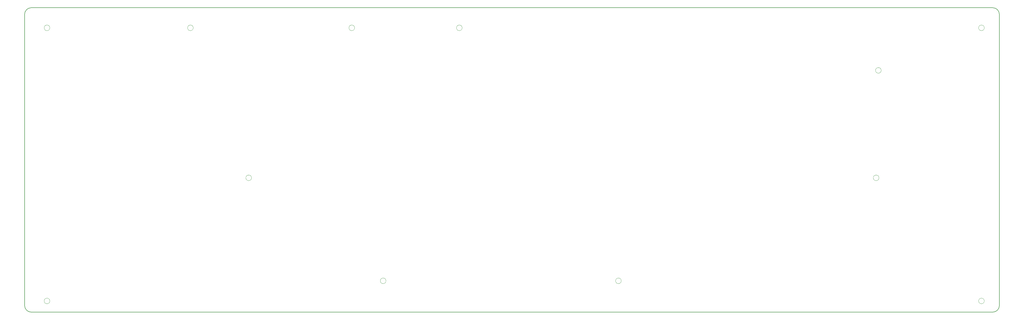
<source format=gm1>
G04 #@! TF.GenerationSoftware,KiCad,Pcbnew,(6.0.9)*
G04 #@! TF.CreationDate,2023-04-02T22:18:35-05:00*
G04 #@! TF.ProjectId,BasePCB,42617365-5043-4422-9e6b-696361645f70,rev?*
G04 #@! TF.SameCoordinates,Original*
G04 #@! TF.FileFunction,Profile,NP*
%FSLAX46Y46*%
G04 Gerber Fmt 4.6, Leading zero omitted, Abs format (unit mm)*
G04 Created by KiCad (PCBNEW (6.0.9)) date 2023-04-02 22:18:35*
%MOMM*%
%LPD*%
G01*
G04 APERTURE LIST*
G04 #@! TA.AperFunction,Profile*
%ADD10C,0.150000*%
G04 #@! TD*
G04 #@! TA.AperFunction,Profile*
%ADD11C,0.100000*%
G04 #@! TD*
G04 APERTURE END LIST*
D10*
X-157162500Y45243750D02*
X-157162500Y148431250D01*
D11*
X-29162500Y53975000D02*
G75*
G03*
X-29162500Y53975000I-1000000J0D01*
G01*
X-148225000Y143668750D02*
G75*
G03*
X-148225000Y143668750I-1000000J0D01*
G01*
D10*
X-157162500Y45243750D02*
G75*
G03*
X-154781250Y42862500I2381250J0D01*
G01*
X185737500Y42862500D02*
X-154781250Y42862500D01*
X-154781250Y150812500D02*
G75*
G03*
X-157162500Y148431250I0J-2381250D01*
G01*
X185737500Y150812500D02*
X-154781250Y150812500D01*
D11*
X54181250Y53975000D02*
G75*
G03*
X54181250Y53975000I-1000000J0D01*
G01*
X-40275000Y143668750D02*
G75*
G03*
X-40275000Y143668750I-1000000J0D01*
G01*
X182768750Y46831250D02*
G75*
G03*
X182768750Y46831250I-1000000J0D01*
G01*
X181768751Y46831250D02*
G75*
G03*
X181768751Y46831250I-1J0D01*
G01*
X-97425000Y143668750D02*
G75*
G03*
X-97425000Y143668750I-1000000J0D01*
G01*
X145462500Y90487500D02*
G75*
G03*
X145462500Y90487500I-1000000J0D01*
G01*
D10*
X188118750Y45243750D02*
X188118750Y148431250D01*
D11*
X-2175000Y143668750D02*
G75*
G03*
X-2175000Y143668750I-1000000J0D01*
G01*
D10*
X188118800Y148431250D02*
G75*
G03*
X185737500Y150812500I-2381300J-50D01*
G01*
D11*
X146256250Y128587500D02*
G75*
G03*
X146256250Y128587500I-1000000J0D01*
G01*
X-148225000Y46831250D02*
G75*
G03*
X-148225000Y46831250I-1000000J0D01*
G01*
D10*
X185737500Y42862550D02*
G75*
G03*
X188118750Y45243750I0J2381250D01*
G01*
D11*
X182768750Y143668750D02*
G75*
G03*
X182768750Y143668750I-1000000J0D01*
G01*
X-76787500Y90487500D02*
G75*
G03*
X-76787500Y90487500I-1000000J0D01*
G01*
M02*

</source>
